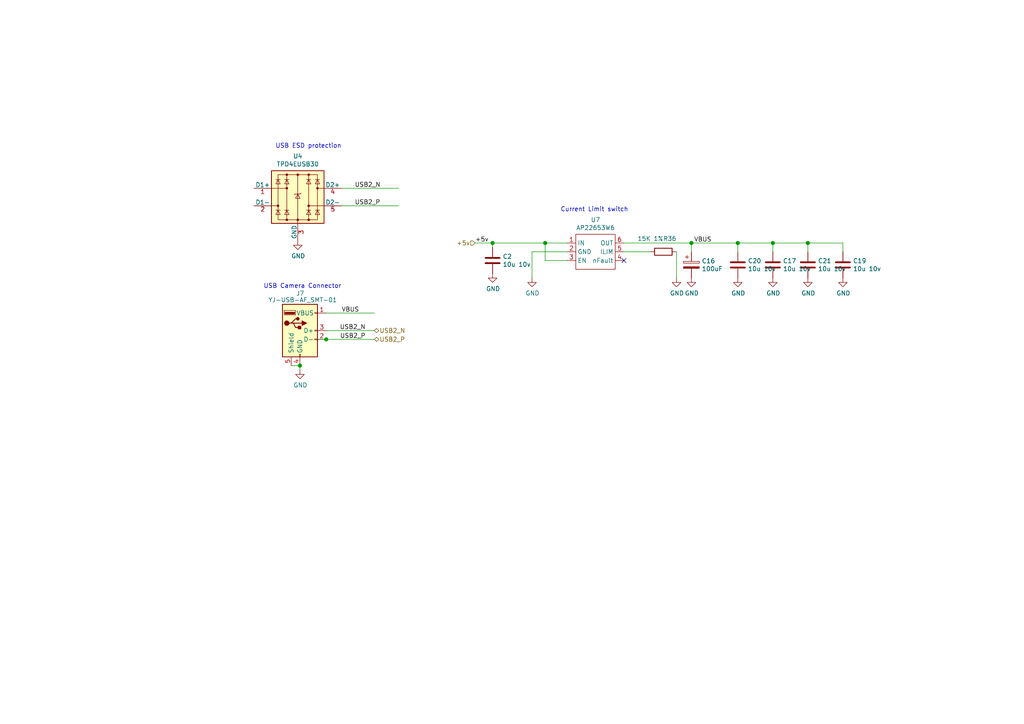
<source format=kicad_sch>
(kicad_sch (version 20201015) (generator eeschema)
  (paper "A4")
  (title_block (title "AP3500v2") (date "2021-01-19") (rev "1") (company "(c) ISis ImageStream Internet Solutions 2020") (comment 1 "www.imagestream.com"))
  (lib_symbols
    (symbol "AP3500:AP2553W6"
      (property "Reference" "U" (at 3.81 -6.35 0))
      (property "Value" "AP2553W6" (at -3.81 -6.35 0))
      (symbol "AP2553W6_0_0"
        (pin power_in line (at -8.89 2.54 0) (length 2.54) (name "IN") (number "1"))
        (pin power_out line (at -8.89 0 0) (length 2.54) (name "GND") (number "2"))
        (pin input line (at -8.89 -2.54 0) (length 2.54) (name "EN") (number "3"))
        (pin open_collector line (at 7.62 -2.54 180) (length 2.54) (name "nFault") (number "4"))
        (pin passive line (at 7.62 0 180) (length 2.54) (name "ILIM") (number "5"))
        (pin power_out line (at 7.62 2.54 180) (length 2.54) (name "OUT") (number "6"))
      )
      (symbol "AP2553W6_0_1"
        (rectangle (start -6.35 5.08) (end 5.08 -5.08))
      )
    )
    (symbol "AP3500:TPD4EUSB30" (pin_names (offset 0))
      (property "Reference" "U" (at -0.635 8.89 0))
      (property "Value" "TPD4EUSB30" (at 8.89 -10.16 0))
      (symbol "TPD4EUSB30_0_0"
        (rectangle (start -5.715 6.477) (end 5.715 -6.604))
        (polyline (pts (xy -3.175 -6.604) (xy -3.175 6.477)))
        (polyline (pts (xy 0 6.477) (xy 0 -6.604)))
        (polyline (pts (xy 3.175 6.477) (xy 3.175 -6.604)))
      )
      (symbol "TPD4EUSB30_0_1"
        (circle (center -5.715 -2.54) (radius 0.2794) (fill (type outline)))
        (circle (center -3.175 -6.604) (radius 0.2794) (fill (type outline)))
        (circle (center -3.175 2.54) (radius 0.2794) (fill (type outline)))
        (circle (center -3.175 6.477) (radius 0.2794) (fill (type outline)))
        (circle (center 0 -6.604) (radius 0.2794) (fill (type outline)))
        (circle (center 0 6.477) (radius 0.2794) (fill (type outline)))
        (circle (center 3.175 -6.604) (radius 0.2794) (fill (type outline)))
        (circle (center 3.175 -2.54) (radius 0.2794) (fill (type outline)))
        (circle (center 3.175 6.477) (radius 0.2794) (fill (type outline)))
        (circle (center 5.715 2.54) (radius 0.2794) (fill (type outline)))
        (rectangle (start -7.62 7.62) (end 7.62 -7.62) (stroke (width 0.254)) (fill (type background)))
        (polyline (pts (xy -7.747 2.54) (xy -3.175 2.54)))
        (polyline (pts (xy -7.62 -2.54) (xy -5.715 -2.54)))
        (polyline (pts (xy -5.08 -3.81) (xy -6.35 -3.81)))
        (polyline (pts (xy -5.08 5.08) (xy -6.35 5.08)))
        (polyline (pts (xy -2.54 -3.81) (xy -3.81 -3.81)))
        (polyline (pts (xy -2.54 5.08) (xy -3.81 5.08)))
        (polyline (pts (xy -0.635 0.889) (xy -1.016 0.635)))
        (polyline (pts (xy 0 -6.604) (xy 0 -7.62)))
        (polyline (pts (xy 0.635 0.889) (xy -0.635 0.889)))
        (polyline (pts (xy 0.635 0.889) (xy 1.016 1.143)))
        (polyline (pts (xy 3.81 -3.81) (xy 2.54 -3.81)))
        (polyline (pts (xy 3.81 5.08) (xy 2.54 5.08)))
        (polyline (pts (xy 6.35 -3.81) (xy 5.08 -3.81)))
        (polyline (pts (xy 6.35 5.08) (xy 5.08 5.08)))
        (polyline (pts (xy 7.62 -2.54) (xy 3.175 -2.54)))
        (polyline (pts (xy 7.62 2.54) (xy 5.715 2.54)))
        (polyline (pts (xy -5.08 -5.08) (xy -6.35 -5.08) (xy -5.715 -3.81) (xy -5.08 -5.08)))
        (polyline (pts (xy -5.08 3.81) (xy -6.35 3.81) (xy -5.715 5.08) (xy -5.08 3.81)))
        (polyline (pts (xy -2.54 -5.08) (xy -3.81 -5.08) (xy -3.175 -3.81) (xy -2.54 -5.08)))
        (polyline (pts (xy -2.54 3.81) (xy -3.81 3.81) (xy -3.175 5.08) (xy -2.54 3.81)))
        (polyline (pts (xy 0.635 -0.381) (xy -0.635 -0.381) (xy 0 0.889) (xy 0.635 -0.381)))
        (polyline (pts (xy 3.81 -5.08) (xy 2.54 -5.08) (xy 3.175 -3.81) (xy 3.81 -5.08)))
        (polyline (pts (xy 3.81 3.81) (xy 2.54 3.81) (xy 3.175 5.08) (xy 3.81 3.81)))
        (polyline (pts (xy 6.35 -5.08) (xy 5.08 -5.08) (xy 5.715 -3.81) (xy 6.35 -5.08)))
        (polyline (pts (xy 6.35 3.81) (xy 5.08 3.81) (xy 5.715 5.08) (xy 6.35 3.81)))
      )
      (symbol "TPD4EUSB30_1_1"
        (pin passive line (at -12.7 2.54 0) (length 5.08) (name "D1+") (number "1"))
        (pin passive line (at -12.7 2.54 0) (length 5.08) hide (name "~") (number "10"))
        (pin passive line (at -12.7 -2.54 0) (length 5.08) (name "D1-") (number "2"))
        (pin power_in line (at 0 -12.7 90) (length 5.08) (name "GND") (number "3"))
        (pin passive line (at 12.7 2.54 180) (length 5.08) (name "D2+") (number "4"))
        (pin passive line (at 12.7 -2.54 180) (length 5.08) (name "D2-") (number "5"))
        (pin passive line (at 12.7 -2.54 180) (length 5.08) hide (name "~") (number "6"))
        (pin passive line (at 12.7 2.54 180) (length 5.08) hide (name "~") (number "7"))
        (pin passive line (at 0 -12.7 90) (length 5.08) hide (name "GND") (number "8"))
        (pin passive line (at -12.7 -2.54 0) (length 5.08) hide (name "~") (number "9"))
      )
    )
    (symbol "Device:C" (pin_numbers hide) (pin_names (offset 0.254))
      (property "Reference" "C" (at 0.635 2.54 0))
      (property "Value" "C" (at 0.635 -2.54 0))
      (symbol "C_0_1"
        (polyline (pts (xy -2.032 -0.762) (xy 2.032 -0.762)) (stroke (width 0.508)))
        (polyline (pts (xy -2.032 0.762) (xy 2.032 0.762)) (stroke (width 0.508)))
      )
      (symbol "C_1_1"
        (pin passive line (at 0 3.81 270) (length 2.794) (name "~") (number "1"))
        (pin passive line (at 0 -3.81 90) (length 2.794) (name "~") (number "2"))
      )
    )
    (symbol "Device:CP" (pin_numbers hide) (pin_names (offset 0.254))
      (property "Reference" "C" (at 0.635 2.54 0))
      (property "Value" "CP" (at 0.635 -2.54 0))
      (symbol "CP_0_1"
        (rectangle (start -2.286 0.508) (end 2.286 1.016))
        (rectangle (start 2.286 -0.508) (end -2.286 -1.016) (fill (type outline)))
        (polyline (pts (xy -1.778 2.286) (xy -0.762 2.286)))
        (polyline (pts (xy -1.27 2.794) (xy -1.27 1.778)))
      )
      (symbol "CP_1_1"
        (pin passive line (at 0 3.81 270) (length 2.794) (name "~") (number "1"))
        (pin passive line (at 0 -3.81 90) (length 2.794) (name "~") (number "2"))
      )
    )
    (symbol "Device:R" (pin_numbers hide) (pin_names (offset 0))
      (property "Reference" "R" (at 2.032 0 90))
      (property "Value" "R" (at 0 0 90))
      (symbol "R_0_1"
        (rectangle (start -1.016 -2.54) (end 1.016 2.54) (stroke (width 0.254)))
      )
      (symbol "R_1_1"
        (pin passive line (at 0 3.81 270) (length 1.27) (name "~") (number "1"))
        (pin passive line (at 0 -3.81 90) (length 1.27) (name "~") (number "2"))
      )
    )
    (symbol "Scott:YJ-USB-AF_SMT-01" (pin_names (offset 1.016))
      (property "Reference" "USB" (at -0.254 8.636 0))
      (property "Value" "YJ-USB-AF_SMT-01" (at 10.414 -8.89 0))
      (symbol "YJ-USB-AF_SMT-01_1_1"
        (circle (center -3.81 2.159) (radius 0.635) (stroke (width 0.254)) (fill (type outline)))
        (circle (center -0.635 3.429) (radius 0.381) (stroke (width 0.254)) (fill (type outline)))
        (rectangle (start -5.08 -7.62) (end 5.08 7.62) (stroke (width 0.254)) (fill (type background)))
        (rectangle (start -1.524 4.826) (end -4.318 5.334) (fill (type outline)))
        (rectangle (start -1.27 4.572) (end -4.572 5.842))
        (rectangle (start -0.127 -7.62) (end 0.127 -6.858))
        (rectangle (start 0.254 1.27) (end -0.508 0.508) (stroke (width 0.254)) (fill (type outline)))
        (rectangle (start 5.08 -2.667) (end 4.318 -2.413))
        (rectangle (start 5.08 -0.127) (end 4.318 0.127))
        (rectangle (start 5.08 4.953) (end 4.318 5.207))
        (polyline (pts (xy -1.905 2.159) (xy 0.635 2.159)) (stroke (width 0.254)))
        (polyline (pts (xy -3.175 2.159) (xy -2.54 2.159) (xy -1.27 3.429) (xy -0.635 3.429)) (stroke (width 0.254)))
        (polyline (pts (xy -2.54 2.159) (xy -1.905 2.159) (xy -1.27 0.889) (xy 0 0.889)) (stroke (width 0.254)))
        (polyline (pts (xy 0.635 2.794) (xy 0.635 1.524) (xy 1.905 2.159) (xy 0.635 2.794)) (stroke (width 0.254)) (fill (type outline)))
        (pin power_in line (at 7.62 5.08 180) (length 2.54) (name "VBUS") (number "1"))
        (pin passive line (at 7.62 -2.54 180) (length 2.54) (name "D-") (number "2"))
        (pin passive line (at 7.62 0 180) (length 2.54) (name "D+") (number "3"))
        (pin power_in line (at 0 -10.16 90) (length 2.54) (name "GND") (number "4"))
        (pin passive line (at -2.54 -10.16 90) (length 2.54) (name "Shield") (number "5"))
      )
    )
    (symbol "power:GND" (power) (pin_names (offset 0))
      (property "Value" "GND" (at 0 -3.81 0))
      (symbol "GND_0_1"
        (polyline (pts (xy 0 0) (xy 0 -1.27) (xy 1.27 -1.27) (xy 0 -2.54) (xy -1.27 -1.27) (xy 0 -1.27)))
      )
      (symbol "GND_1_1"
        (pin power_in line (at 0 0 270) (length 0) hide (name "GND") (number "1"))
      )
    )
  )
  (junction (at 86.995 106.045) (diameter 1.016))
  (junction (at 94.615 98.425) (diameter 1.016))
  (junction (at 142.875 70.485) (diameter 1.016))
  (junction (at 158.115 70.485) (diameter 1.016))
  (junction (at 200.533 70.485) (diameter 1.016))
  (junction (at 213.995 70.485) (diameter 1.016))
  (junction (at 224.155 70.485) (diameter 1.016))
  (junction (at 234.315 70.485) (diameter 1.016))
  (no_connect (at 180.975 75.565))
  (wire (pts (xy 84.455 106.045) (xy 86.995 106.045)))
  (wire (pts (xy 86.995 106.045) (xy 86.995 107.315)))
  (wire (pts (xy 92.075 98.425) (xy 94.615 98.425)))
  (wire (pts (xy 94.615 90.805) (xy 108.585 90.805)))
  (wire (pts (xy 99.06 54.61) (xy 115.57 54.61)))
  (wire (pts (xy 99.06 59.69) (xy 115.57 59.69)))
  (wire (pts (xy 108.585 95.885) (xy 94.615 95.885)))
  (wire (pts (xy 108.585 98.425) (xy 94.615 98.425)))
  (wire (pts (xy 137.795 70.485) (xy 142.875 70.485)))
  (wire (pts (xy 142.875 70.485) (xy 158.115 70.485)))
  (wire (pts (xy 142.875 71.755) (xy 142.875 70.485)))
  (wire (pts (xy 154.305 73.025) (xy 154.305 80.645)))
  (wire (pts (xy 158.115 70.485) (xy 158.115 75.565)))
  (wire (pts (xy 158.115 70.485) (xy 164.465 70.485)))
  (wire (pts (xy 158.115 75.565) (xy 164.465 75.565)))
  (wire (pts (xy 164.465 73.025) (xy 154.305 73.025)))
  (wire (pts (xy 180.975 70.485) (xy 200.533 70.485)))
  (wire (pts (xy 180.975 73.025) (xy 188.595 73.025)))
  (wire (pts (xy 196.215 73.025) (xy 196.215 80.645)))
  (wire (pts (xy 200.533 70.485) (xy 200.533 73.025)))
  (wire (pts (xy 200.533 70.485) (xy 213.995 70.485)))
  (wire (pts (xy 213.995 70.485) (xy 224.155 70.485)))
  (wire (pts (xy 213.995 73.025) (xy 213.995 70.485)))
  (wire (pts (xy 224.155 70.485) (xy 224.155 73.025)))
  (wire (pts (xy 224.155 70.485) (xy 234.315 70.485)))
  (wire (pts (xy 234.315 70.485) (xy 234.315 73.025)))
  (wire (pts (xy 234.315 70.485) (xy 244.475 70.485)))
  (wire (pts (xy 244.475 73.025) (xy 244.475 70.485)))
  (text "USB ESD protection" (at 99.06 43.18 180) (effects (font (size 1.27 1.27)) (justify right bottom)))
  (text "USB Camera Connector" (at 99.06 83.82 180) (effects (font (size 1.27 1.27)) (justify right bottom)))
  (text "Current Limit switch" (at 182.245 61.595 180) (effects (font (size 1.27 1.27)) (justify right bottom)))
  (label "VBUS" (at 99.06 90.805 0))
  (label "USB2_N" (at 102.87 54.61 0))
  (label "USB2_P" (at 102.87 59.69 0))
  (label "USB2_N" (at 106.045 95.885 180))
  (label "USB2_P" (at 106.045 98.425 180))
  (label "+5v" (at 137.795 70.485 0))
  (label "VBUS" (at 201.295 70.485 0))
  (hierarchical_label "USB2_N" (shape bidirectional) (at 108.585 95.885 0))
  (hierarchical_label "USB2_P" (shape bidirectional) (at 108.585 98.425 0))
  (hierarchical_label "+5v" (shape input) (at 137.795 70.485 180))
  (symbol (lib_id "power:GND") (at 86.36 69.85 0) (unit 1)
    (property "Reference" "#PWR0123" (effects hide))
    (property "Value" "GND" (at 86.487 74.2442 0))
  )
  (symbol (lib_id "power:GND") (at 86.995 107.315 0) (unit 1)
    (property "Reference" "#PWR0101" (effects hide))
    (property "Value" "GND" (at 87.122 111.7092 0))
  )
  (symbol (lib_id "power:GND") (at 142.875 79.375 0) (unit 1)
    (property "Reference" "#PWR017" (effects hide))
    (property "Value" "GND" (at 143.002 83.7692 0))
  )
  (symbol (lib_id "power:GND") (at 154.305 80.645 0) (unit 1)
    (property "Reference" "#PWR014" (effects hide))
    (property "Value" "GND" (at 154.432 85.0392 0))
  )
  (symbol (lib_id "power:GND") (at 196.215 80.645 0) (unit 1)
    (property "Reference" "#PWR019" (effects hide))
    (property "Value" "GND" (at 196.342 85.0392 0))
  )
  (symbol (lib_id "power:GND") (at 200.533 80.645 0) (unit 1)
    (property "Reference" "#PWR01" (effects hide))
    (property "Value" "GND" (at 200.66 85.0392 0))
  )
  (symbol (lib_id "power:GND") (at 213.995 80.645 0) (unit 1)
    (property "Reference" "#PWR021" (effects hide))
    (property "Value" "GND" (at 214.122 85.0392 0))
  )
  (symbol (lib_id "power:GND") (at 224.155 80.645 0) (unit 1)
    (property "Reference" "#PWR018" (effects hide))
    (property "Value" "GND" (at 224.282 85.0392 0))
  )
  (symbol (lib_id "power:GND") (at 234.315 80.645 0) (unit 1)
    (property "Reference" "#PWR049" (effects hide))
    (property "Value" "GND" (at 234.442 85.0392 0))
  )
  (symbol (lib_id "power:GND") (at 244.475 80.645 0) (unit 1)
    (property "Reference" "#PWR050" (effects hide))
    (property "Value" "GND" (at 244.602 85.0392 0))
  )
  (symbol (lib_id "Device:R") (at 192.405 73.025 90) (unit 1)
    (property "Reference" "R36" (at 196.215 69.215 90) (effects (justify left)))
    (property "Value" "15K 1%" (at 192.405 69.215 90) (effects (justify left)))
    (property "Footprint" "Resistor_SMD:R_0603_1608Metric" (effects hide))
    (property "Datasheet" "https://fscdn.rohm.com/en/products/databook/datasheet/passive/resistor/chip_resistor/mcr-e.pdf" (effects hide))
    (property "Field4" "Farnell" (effects hide))
    (property "Field5" "9239375" (effects hide))
    (property "Field6" "MCR01MZPF1502" (effects hide))
    (property "Field7" "Rohm" (effects hide))
    (property "Part Description" "Resistor 15K M1005 1% 63mW" (effects hide))
    (property "Field8" "120891581" (effects hide))
    (property "PartsBoxID" "0603-15K-1%" (effects hide))
  )
  (symbol (lib_id "Device:C") (at 142.875 75.565 0) (unit 1)
    (property "Reference" "C2" (at 145.796 74.3966 0) (effects (justify left)))
    (property "Value" "10u 10v" (at 145.796 76.708 0) (effects (justify left)))
    (property "Footprint" "Capacitor_SMD:C_0805_2012Metric" (effects hide))
    (property "Datasheet" "https://search.murata.co.jp/Ceramy/image/img/A01X/G101/ENG/GRM21BR71A106KA73-01.pdf" (effects hide))
    (property "Field5" "490-14381-1-ND" (effects hide))
    (property "Field4" "Digikey" (effects hide))
    (property "Field6" "GRM21BR71A106KA73L" (effects hide))
    (property "Field7" "Murata" (effects hide))
    (property "Part Description" "	10uF 10% 10V Ceramic Capacitor X7R 0805 (2012 Metric)" (effects hide))
    (property "Field8" "111893011" (effects hide))
    (property "PartsBoxID" "0805-10uF-X7R-10V" (effects hide))
  )
  (symbol (lib_id "Device:CP") (at 200.533 76.835 0) (unit 1)
    (property "Reference" "C16" (at 203.5302 75.692 0) (effects (justify left)))
    (property "Value" "100uF" (at 203.5302 77.978 0) (effects (justify left)))
    (property "Footprint" "Capacitor_Tantalum_SMD:CP_EIA-7343-31_Kemet-D" (effects hide))
    (property "Field4" "Mouser" (effects hide))
    (property "Field5" "667-EEF-CX0J101R" (effects hide))
    (property "Part Description" "Capacitor, SP-Cap, 100u, 6.3V, 15mR ESR" (effects hide))
    (property "PartsBoxID" "EEF-CX0J101R" (effects hide))
  )
  (symbol (lib_id "Device:C") (at 213.995 76.835 0) (unit 1)
    (property "Reference" "C20" (at 216.916 75.6666 0) (effects (justify left)))
    (property "Value" "10u 10v" (at 216.916 77.978 0) (effects (justify left)))
    (property "Footprint" "Capacitor_SMD:C_0805_2012Metric" (effects hide))
    (property "Datasheet" "https://search.murata.co.jp/Ceramy/image/img/A01X/G101/ENG/GRM21BR71A106KA73-01.pdf" (effects hide))
    (property "Field5" "490-14381-1-ND" (effects hide))
    (property "Field4" "Digikey" (effects hide))
    (property "Field6" "GRM21BR71A106KA73L" (effects hide))
    (property "Field7" "Murata" (effects hide))
    (property "Part Description" "	10uF 10% 10V Ceramic Capacitor X7R 0805 (2012 Metric)" (effects hide))
    (property "Field8" "111893011" (effects hide))
    (property "PartsBoxID" "0805-10uF-X7R-10V" (effects hide))
  )
  (symbol (lib_id "Device:C") (at 224.155 76.835 0) (unit 1)
    (property "Reference" "C17" (at 227.076 75.6666 0) (effects (justify left)))
    (property "Value" "10u 10v" (at 227.076 77.978 0) (effects (justify left)))
    (property "Footprint" "Capacitor_SMD:C_0805_2012Metric" (effects hide))
    (property "Datasheet" "https://search.murata.co.jp/Ceramy/image/img/A01X/G101/ENG/GRM21BR71A106KA73-01.pdf" (effects hide))
    (property "Field5" "490-14381-1-ND" (effects hide))
    (property "Field4" "Digikey" (effects hide))
    (property "Field6" "GRM21BR71A106KA73L" (effects hide))
    (property "Field7" "Murata" (effects hide))
    (property "Part Description" "	10uF 10% 10V Ceramic Capacitor X7R 0805 (2012 Metric)" (effects hide))
    (property "Field8" "111893011" (effects hide))
    (property "PartsBoxID" "0805-10uF-X7R-10V" (effects hide))
  )
  (symbol (lib_id "Device:C") (at 234.315 76.835 0) (unit 1)
    (property "Reference" "C21" (at 237.236 75.6666 0) (effects (justify left)))
    (property "Value" "10u 10v" (at 237.236 77.978 0) (effects (justify left)))
    (property "Footprint" "Capacitor_SMD:C_0805_2012Metric" (effects hide))
    (property "Datasheet" "https://search.murata.co.jp/Ceramy/image/img/A01X/G101/ENG/GRM21BR71A106KA73-01.pdf" (effects hide))
    (property "Field5" "490-14381-1-ND" (effects hide))
    (property "Field4" "Digikey" (effects hide))
    (property "Field6" "GRM21BR71A106KA73L" (effects hide))
    (property "Field7" "Murata" (effects hide))
    (property "Part Description" "	10uF 10% 10V Ceramic Capacitor X7R 0805 (2012 Metric)" (effects hide))
    (property "Field8" "111893011" (effects hide))
    (property "PartsBoxID" "0805-10uF-X7R-10V" (effects hide))
  )
  (symbol (lib_id "Device:C") (at 244.475 76.835 0) (unit 1)
    (property "Reference" "C19" (at 247.396 75.6666 0) (effects (justify left)))
    (property "Value" "10u 10v" (at 247.396 77.978 0) (effects (justify left)))
    (property "Footprint" "Capacitor_SMD:C_0805_2012Metric" (effects hide))
    (property "Datasheet" "https://search.murata.co.jp/Ceramy/image/img/A01X/G101/ENG/GRM21BR71A106KA73-01.pdf" (effects hide))
    (property "Field5" "490-14381-1-ND" (effects hide))
    (property "Field4" "Digikey" (effects hide))
    (property "Field6" "GRM21BR71A106KA73L" (effects hide))
    (property "Field7" "Murata" (effects hide))
    (property "Part Description" "	10uF 10% 10V Ceramic Capacitor X7R 0805 (2012 Metric)" (effects hide))
    (property "Field8" "111893011" (effects hide))
    (property "PartsBoxID" "0805-10uF-X7R-10V" (effects hide))
  )
  (symbol (lib_id "AP3500:AP2553W6") (at 173.355 73.025 0) (unit 1)
    (property "Reference" "U7" (at 172.72 63.754 0))
    (property "Value" "AP22653W6" (at 172.72 66.0654 0))
    (property "Footprint" "Package_TO_SOT_SMD:SOT-23-6" (effects hide))
    (property "Datasheet" "https://www.diodes.com/assets/Datasheets/AP255x.pdf" (effects hide))
    (property "Field4" "Digikey" (effects hide))
    (property "Field5" "	31-AP22653W6-7CT-ND" (effects hide))
    (property "Field6" "AP22653W6" (effects hide))
    (property "Field7" "Diodes" (effects hide))
    (property "Part Description" "	Power Switch/Driver 1:1 P-Channel 2.1A SOT-23-6" (effects hide))
    (property "PartsBoxID" "AP22653W6-7" (effects hide))
  )
  (symbol (lib_id "Scott:YJ-USB-AF_SMT-01") (at 86.995 95.885 0) (unit 1)
    (property "Reference" "J7" (at 88.265 85.09 0) (effects (justify right)))
    (property "Value" "YJ-USB-AF_SMT-01" (at 97.79 86.995 0) (effects (justify right)))
    (property "Footprint" "Scott:YJ-USB-AF-SMT-01" (effects hide))
    (property "PartsBoxID" "YJ-USB-AF_SMT-01" (effects hide))
  )
  (symbol (lib_id "AP3500:TPD4EUSB30") (at 86.36 57.15 0) (unit 1)
    (property "Reference" "U4" (at 86.36 45.2882 0))
    (property "Value" "TPD4EUSB30" (at 86.36 47.5996 0))
    (property "Footprint" "Scott:USON-10_2.51x1.0mm_P0.5mm" (effects hide))
    (property "Datasheet" "http://www.ti.com/lit/ds/symlink/tpd2eusb30a.pdf" (effects hide))
    (property "Field4" "Farnell" (effects hide))
    (property "Field5" "2335455" (effects hide))
    (property "Field6" "CDDFN10-3324P-13" (effects hide))
    (property "Field7" "Bourns" (effects hide))
    (property "Field8" "UDIO00346" (effects hide))
    (property "Part Description" "Quad TVS diode for high speed signals (USB3, GigE etc.)" (effects hide))
    (property "PartsBoxID" "CDDFN10-3324P" (effects hide))
  )
)
</source>
